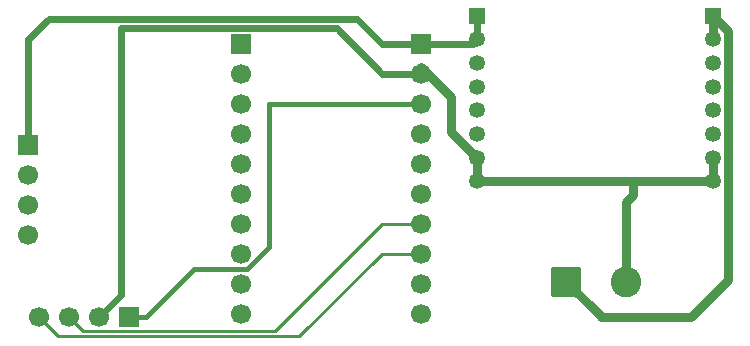
<source format=gbr>
%TF.GenerationSoftware,KiCad,Pcbnew,9.0.6*%
%TF.CreationDate,2025-12-05T15:02:41+01:00*%
%TF.ProjectId,KinderLight,4b696e64-6572-44c6-9967-68742e6b6963,rev?*%
%TF.SameCoordinates,Original*%
%TF.FileFunction,Copper,L2,Bot*%
%TF.FilePolarity,Positive*%
%FSLAX46Y46*%
G04 Gerber Fmt 4.6, Leading zero omitted, Abs format (unit mm)*
G04 Created by KiCad (PCBNEW 9.0.6) date 2025-12-05 15:02:41*
%MOMM*%
%LPD*%
G01*
G04 APERTURE LIST*
G04 Aperture macros list*
%AMRoundRect*
0 Rectangle with rounded corners*
0 $1 Rounding radius*
0 $2 $3 $4 $5 $6 $7 $8 $9 X,Y pos of 4 corners*
0 Add a 4 corners polygon primitive as box body*
4,1,4,$2,$3,$4,$5,$6,$7,$8,$9,$2,$3,0*
0 Add four circle primitives for the rounded corners*
1,1,$1+$1,$2,$3*
1,1,$1+$1,$4,$5*
1,1,$1+$1,$6,$7*
1,1,$1+$1,$8,$9*
0 Add four rect primitives between the rounded corners*
20,1,$1+$1,$2,$3,$4,$5,0*
20,1,$1+$1,$4,$5,$6,$7,0*
20,1,$1+$1,$6,$7,$8,$9,0*
20,1,$1+$1,$8,$9,$2,$3,0*%
G04 Aperture macros list end*
%TA.AperFunction,ComponentPad*%
%ADD10C,1.700000*%
%TD*%
%TA.AperFunction,ComponentPad*%
%ADD11R,1.700000X1.700000*%
%TD*%
%TA.AperFunction,ComponentPad*%
%ADD12C,2.600000*%
%TD*%
%TA.AperFunction,ComponentPad*%
%ADD13RoundRect,0.250000X-1.050000X-1.050000X1.050000X-1.050000X1.050000X1.050000X-1.050000X1.050000X0*%
%TD*%
%TA.AperFunction,ComponentPad*%
%ADD14C,1.350000*%
%TD*%
%TA.AperFunction,ComponentPad*%
%ADD15R,1.350000X1.350000*%
%TD*%
%TA.AperFunction,ViaPad*%
%ADD16C,0.600000*%
%TD*%
%TA.AperFunction,Conductor*%
%ADD17C,0.800000*%
%TD*%
%TA.AperFunction,Conductor*%
%ADD18C,0.600000*%
%TD*%
%TA.AperFunction,Conductor*%
%ADD19C,0.400000*%
%TD*%
%TA.AperFunction,Conductor*%
%ADD20C,0.250000*%
%TD*%
G04 APERTURE END LIST*
D10*
%TO.P,J8,4,Pin_4*%
%TO.N,Net-(J8-Pin_4)*%
X78500000Y-89580000D03*
%TO.P,J8,3,Pin_3*%
%TO.N,Net-(J8-Pin_3)*%
X78500000Y-87040000D03*
%TO.P,J8,2,Pin_2*%
%TO.N,Net-(J8-Pin_2)*%
X78500000Y-84500000D03*
D11*
%TO.P,J8,1,Pin_1*%
%TO.N,VCC 5V*%
X78500000Y-81960000D03*
%TD*%
D12*
%TO.P,J9,2,Pin_2*%
%TO.N,GND*%
X129140000Y-93490000D03*
D13*
%TO.P,J9,1,Pin_1*%
%TO.N,VCC 12V MAX*%
X124060000Y-93490000D03*
%TD*%
D14*
%TO.P,J2,8,Pin_8*%
%TO.N,GND*%
X116500000Y-85000000D03*
%TO.P,J2,7,Pin_7*%
X116500000Y-83000000D03*
%TO.P,J2,6,Pin_6*%
%TO.N,unconnected-(J2-Pin_6-Pad6)*%
X116500000Y-81000000D03*
%TO.P,J2,5,Pin_5*%
%TO.N,unconnected-(J2-Pin_5-Pad5)*%
X116500000Y-79000000D03*
%TO.P,J2,4,Pin_4*%
%TO.N,unconnected-(J2-Pin_4-Pad4)*%
X116500000Y-77000000D03*
%TO.P,J2,3,Pin_3*%
%TO.N,unconnected-(J2-Pin_3-Pad3)*%
X116500000Y-75000000D03*
%TO.P,J2,2,Pin_2*%
%TO.N,VCC 5V*%
X116500000Y-73000000D03*
D15*
%TO.P,J2,1,Pin_1*%
X116500000Y-71000000D03*
%TD*%
D14*
%TO.P,J5,8,Pin_8*%
%TO.N,GND*%
X136500000Y-85000000D03*
%TO.P,J5,7,Pin_7*%
X136500000Y-83000000D03*
%TO.P,J5,6,Pin_6*%
%TO.N,unconnected-(J5-Pin_6-Pad6)*%
X136500000Y-81000000D03*
%TO.P,J5,5,Pin_5*%
%TO.N,unconnected-(J5-Pin_5-Pad5)*%
X136500000Y-79000000D03*
%TO.P,J5,4,Pin_4*%
%TO.N,unconnected-(J5-Pin_4-Pad4)*%
X136500000Y-77000000D03*
%TO.P,J5,3,Pin_3*%
%TO.N,unconnected-(J5-Pin_3-Pad3)*%
X136500000Y-75000000D03*
%TO.P,J5,2,Pin_2*%
%TO.N,VCC 12V MAX*%
X136500000Y-73000000D03*
D15*
%TO.P,J5,1,Pin_1*%
X136500000Y-71000000D03*
%TD*%
D11*
%TO.P,J4,1,Pin_1*%
%TO.N,VCC 5V*%
X111760000Y-73340000D03*
D10*
%TO.P,J4,2,Pin_2*%
%TO.N,GND*%
X111760000Y-75880000D03*
%TO.P,J4,3,Pin_3*%
%TO.N,Net-(J4-Pin_3)*%
X111760000Y-78420000D03*
%TO.P,J4,4,Pin_4*%
%TO.N,unconnected-(J4-Pin_4-Pad4)*%
X111760000Y-80960000D03*
%TO.P,J4,5,Pin_5*%
%TO.N,unconnected-(J4-Pin_5-Pad5)*%
X111760000Y-83500000D03*
%TO.P,J4,6,Pin_6*%
%TO.N,unconnected-(J4-Pin_6-Pad6)*%
X111760000Y-86040000D03*
%TO.P,J4,7,Pin_7*%
%TO.N,/I2C SCL*%
X111760000Y-88580000D03*
%TO.P,J4,8,Pin_8*%
%TO.N,/I2C SDA*%
X111760000Y-91120000D03*
%TO.P,J4,9,Pin_9*%
%TO.N,unconnected-(J4-Pin_9-Pad9)*%
X111760000Y-93660000D03*
%TO.P,J4,10,Pin_10*%
%TO.N,unconnected-(J4-Pin_10-Pad10)*%
X111760000Y-96200000D03*
%TD*%
D11*
%TO.P,J3,1,Pin_1*%
%TO.N,unconnected-(J3-Pin_1-Pad1)*%
X96520000Y-73380000D03*
D10*
%TO.P,J3,2,Pin_2*%
%TO.N,unconnected-(J3-Pin_2-Pad2)*%
X96520000Y-75920000D03*
%TO.P,J3,3,Pin_3*%
%TO.N,unconnected-(J3-Pin_3-Pad3)*%
X96520000Y-78460000D03*
%TO.P,J3,4,Pin_4*%
%TO.N,/PWM_RED*%
X96520000Y-81000000D03*
%TO.P,J3,5,Pin_5*%
%TO.N,/PWM_GREEN*%
X96520000Y-83540000D03*
%TO.P,J3,6,Pin_6*%
%TO.N,/PWM_BLUE*%
X96520000Y-86080000D03*
%TO.P,J3,7,Pin_7*%
%TO.N,unconnected-(J3-Pin_7-Pad7)*%
X96520000Y-88620000D03*
%TO.P,J3,8,Pin_8*%
%TO.N,unconnected-(J3-Pin_8-Pad8)*%
X96520000Y-91160000D03*
%TO.P,J3,9,Pin_9*%
%TO.N,unconnected-(J3-Pin_9-Pad9)*%
X96520000Y-93700000D03*
%TO.P,J3,10,Pin_10*%
%TO.N,unconnected-(J3-Pin_10-Pad10)*%
X96520000Y-96240000D03*
%TD*%
D11*
%TO.P,J7,1,Pin_1*%
%TO.N,Net-(J4-Pin_3)*%
X87040000Y-96500000D03*
D10*
%TO.P,J7,2,Pin_2*%
%TO.N,GND*%
X84500000Y-96500000D03*
%TO.P,J7,3,Pin_3*%
%TO.N,/I2C SCL*%
X81960000Y-96500000D03*
%TO.P,J7,4,Pin_4*%
%TO.N,/I2C SDA*%
X79420000Y-96500000D03*
%TD*%
D16*
%TO.N,GND*%
X86360000Y-83820000D03*
X86360000Y-78740000D03*
X86360000Y-88900000D03*
%TD*%
D17*
%TO.N,GND*%
X129770000Y-85000000D02*
X129770000Y-86130000D01*
X129770000Y-86130000D02*
X129140000Y-86760000D01*
X129140000Y-86760000D02*
X129140000Y-93490000D01*
X116500000Y-85000000D02*
X129770000Y-85000000D01*
%TO.N,VCC 12V MAX*%
X127000000Y-96520000D02*
X127000000Y-96430000D01*
X127000000Y-96430000D02*
X124060000Y-93490000D01*
D18*
%TO.N,VCC 5V*%
X116500000Y-73000000D02*
X116500000Y-71000000D01*
X111760000Y-73340000D02*
X116160000Y-73340000D01*
X116160000Y-73340000D02*
X116500000Y-73000000D01*
D17*
%TO.N,VCC 12V MAX*%
X137776000Y-93364000D02*
X134620000Y-96520000D01*
X137776000Y-72276000D02*
X137776000Y-93364000D01*
X136500000Y-71000000D02*
X137776000Y-72276000D01*
X134620000Y-96520000D02*
X127000000Y-96520000D01*
X136500000Y-73000000D02*
X136500000Y-71000000D01*
%TO.N,GND*%
X136500000Y-85000000D02*
X136500000Y-83000000D01*
X129770000Y-85000000D02*
X136500000Y-85000000D01*
X116500000Y-83000000D02*
X116500000Y-85000000D01*
X111760000Y-75340000D02*
X114300000Y-77880000D01*
X114300000Y-77880000D02*
X114300000Y-80800000D01*
X114300000Y-80800000D02*
X116500000Y-83000000D01*
D19*
%TO.N,Net-(J4-Pin_3)*%
X98907243Y-90579939D02*
X98907243Y-78420000D01*
X88500000Y-96500000D02*
X92551000Y-92449000D01*
X97038182Y-92449000D02*
X98907243Y-90579939D01*
X87040000Y-96500000D02*
X88500000Y-96500000D01*
X92551000Y-92449000D02*
X97038182Y-92449000D01*
X98907243Y-78420000D02*
X111760000Y-78420000D01*
D18*
%TO.N,VCC 5V*%
X78500000Y-73000000D02*
X80272000Y-71228000D01*
X106388000Y-71228000D02*
X108500000Y-73340000D01*
X80272000Y-71228000D02*
X106388000Y-71228000D01*
X78500000Y-81960000D02*
X78500000Y-73000000D01*
X108500000Y-73340000D02*
X111760000Y-73340000D01*
%TO.N,GND*%
X86360000Y-78740000D02*
X86360000Y-83820000D01*
X86360000Y-83820000D02*
X86360000Y-88900000D01*
X104649000Y-72029000D02*
X86360000Y-72029000D01*
X111760000Y-75880000D02*
X108500000Y-75880000D01*
X86360000Y-94640000D02*
X84500000Y-96500000D01*
X108500000Y-75880000D02*
X104649000Y-72029000D01*
X86360000Y-88900000D02*
X86360000Y-94640000D01*
X86360000Y-72029000D02*
X86360000Y-78740000D01*
D20*
%TO.N,/I2C SDA*%
X79420000Y-96500000D02*
X81047000Y-98127000D01*
X81047000Y-98127000D02*
X101493000Y-98127000D01*
X101493000Y-98127000D02*
X108500000Y-91120000D01*
X108500000Y-91120000D02*
X111760000Y-91120000D01*
%TO.N,/I2C SCL*%
X108500000Y-88580000D02*
X111760000Y-88580000D01*
X83136000Y-97676000D02*
X99404000Y-97676000D01*
X99404000Y-97676000D02*
X108500000Y-88580000D01*
X81960000Y-96500000D02*
X83136000Y-97676000D01*
%TD*%
M02*

</source>
